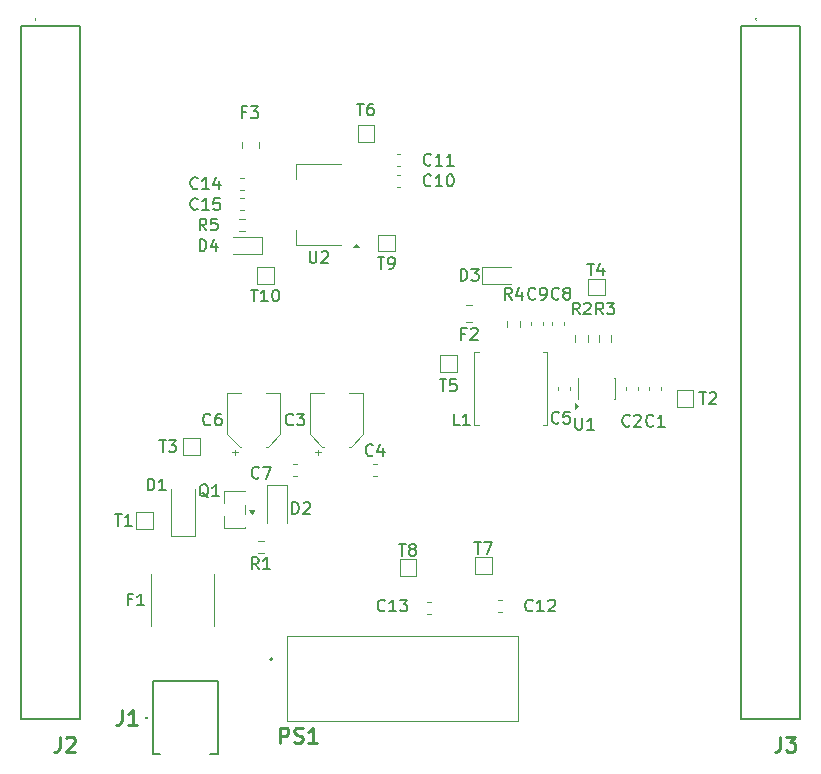
<source format=gto>
%TF.GenerationSoftware,KiCad,Pcbnew,9.0.7-9.0.7~ubuntu24.04.1*%
%TF.CreationDate,2026-01-13T16:25:48+01:00*%
%TF.ProjectId,power,706f7765-722e-46b6-9963-61645f706362,1.0*%
%TF.SameCoordinates,Original*%
%TF.FileFunction,Legend,Top*%
%TF.FilePolarity,Positive*%
%FSLAX46Y46*%
G04 Gerber Fmt 4.6, Leading zero omitted, Abs format (unit mm)*
G04 Created by KiCad (PCBNEW 9.0.7-9.0.7~ubuntu24.04.1) date 2026-01-13 16:25:48*
%MOMM*%
%LPD*%
G01*
G04 APERTURE LIST*
%ADD10C,0.150000*%
%ADD11C,0.254000*%
%ADD12C,0.120000*%
%ADD13C,0.200000*%
%ADD14C,0.100000*%
G04 APERTURE END LIST*
D10*
X164988095Y-84304819D02*
X164988095Y-85114342D01*
X164988095Y-85114342D02*
X165035714Y-85209580D01*
X165035714Y-85209580D02*
X165083333Y-85257200D01*
X165083333Y-85257200D02*
X165178571Y-85304819D01*
X165178571Y-85304819D02*
X165369047Y-85304819D01*
X165369047Y-85304819D02*
X165464285Y-85257200D01*
X165464285Y-85257200D02*
X165511904Y-85209580D01*
X165511904Y-85209580D02*
X165559523Y-85114342D01*
X165559523Y-85114342D02*
X165559523Y-84304819D01*
X166559523Y-85304819D02*
X165988095Y-85304819D01*
X166273809Y-85304819D02*
X166273809Y-84304819D01*
X166273809Y-84304819D02*
X166178571Y-84447676D01*
X166178571Y-84447676D02*
X166083333Y-84542914D01*
X166083333Y-84542914D02*
X165988095Y-84590533D01*
X147833333Y-87459580D02*
X147785714Y-87507200D01*
X147785714Y-87507200D02*
X147642857Y-87554819D01*
X147642857Y-87554819D02*
X147547619Y-87554819D01*
X147547619Y-87554819D02*
X147404762Y-87507200D01*
X147404762Y-87507200D02*
X147309524Y-87411961D01*
X147309524Y-87411961D02*
X147261905Y-87316723D01*
X147261905Y-87316723D02*
X147214286Y-87126247D01*
X147214286Y-87126247D02*
X147214286Y-86983390D01*
X147214286Y-86983390D02*
X147261905Y-86792914D01*
X147261905Y-86792914D02*
X147309524Y-86697676D01*
X147309524Y-86697676D02*
X147404762Y-86602438D01*
X147404762Y-86602438D02*
X147547619Y-86554819D01*
X147547619Y-86554819D02*
X147642857Y-86554819D01*
X147642857Y-86554819D02*
X147785714Y-86602438D01*
X147785714Y-86602438D02*
X147833333Y-86650057D01*
X148690476Y-86888152D02*
X148690476Y-87554819D01*
X148452381Y-86507200D02*
X148214286Y-87221485D01*
X148214286Y-87221485D02*
X148833333Y-87221485D01*
X137066666Y-58431009D02*
X136733333Y-58431009D01*
X136733333Y-58954819D02*
X136733333Y-57954819D01*
X136733333Y-57954819D02*
X137209523Y-57954819D01*
X137495238Y-57954819D02*
X138114285Y-57954819D01*
X138114285Y-57954819D02*
X137780952Y-58335771D01*
X137780952Y-58335771D02*
X137923809Y-58335771D01*
X137923809Y-58335771D02*
X138019047Y-58383390D01*
X138019047Y-58383390D02*
X138066666Y-58431009D01*
X138066666Y-58431009D02*
X138114285Y-58526247D01*
X138114285Y-58526247D02*
X138114285Y-58764342D01*
X138114285Y-58764342D02*
X138066666Y-58859580D01*
X138066666Y-58859580D02*
X138019047Y-58907200D01*
X138019047Y-58907200D02*
X137923809Y-58954819D01*
X137923809Y-58954819D02*
X137638095Y-58954819D01*
X137638095Y-58954819D02*
X137542857Y-58907200D01*
X137542857Y-58907200D02*
X137495238Y-58859580D01*
X161583333Y-74209580D02*
X161535714Y-74257200D01*
X161535714Y-74257200D02*
X161392857Y-74304819D01*
X161392857Y-74304819D02*
X161297619Y-74304819D01*
X161297619Y-74304819D02*
X161154762Y-74257200D01*
X161154762Y-74257200D02*
X161059524Y-74161961D01*
X161059524Y-74161961D02*
X161011905Y-74066723D01*
X161011905Y-74066723D02*
X160964286Y-73876247D01*
X160964286Y-73876247D02*
X160964286Y-73733390D01*
X160964286Y-73733390D02*
X161011905Y-73542914D01*
X161011905Y-73542914D02*
X161059524Y-73447676D01*
X161059524Y-73447676D02*
X161154762Y-73352438D01*
X161154762Y-73352438D02*
X161297619Y-73304819D01*
X161297619Y-73304819D02*
X161392857Y-73304819D01*
X161392857Y-73304819D02*
X161535714Y-73352438D01*
X161535714Y-73352438D02*
X161583333Y-73400057D01*
X162059524Y-74304819D02*
X162250000Y-74304819D01*
X162250000Y-74304819D02*
X162345238Y-74257200D01*
X162345238Y-74257200D02*
X162392857Y-74209580D01*
X162392857Y-74209580D02*
X162488095Y-74066723D01*
X162488095Y-74066723D02*
X162535714Y-73876247D01*
X162535714Y-73876247D02*
X162535714Y-73495295D01*
X162535714Y-73495295D02*
X162488095Y-73400057D01*
X162488095Y-73400057D02*
X162440476Y-73352438D01*
X162440476Y-73352438D02*
X162345238Y-73304819D01*
X162345238Y-73304819D02*
X162154762Y-73304819D01*
X162154762Y-73304819D02*
X162059524Y-73352438D01*
X162059524Y-73352438D02*
X162011905Y-73400057D01*
X162011905Y-73400057D02*
X161964286Y-73495295D01*
X161964286Y-73495295D02*
X161964286Y-73733390D01*
X161964286Y-73733390D02*
X162011905Y-73828628D01*
X162011905Y-73828628D02*
X162059524Y-73876247D01*
X162059524Y-73876247D02*
X162154762Y-73923866D01*
X162154762Y-73923866D02*
X162345238Y-73923866D01*
X162345238Y-73923866D02*
X162440476Y-73876247D01*
X162440476Y-73876247D02*
X162488095Y-73828628D01*
X162488095Y-73828628D02*
X162535714Y-73733390D01*
D11*
X182326667Y-111304318D02*
X182326667Y-112211461D01*
X182326667Y-112211461D02*
X182266190Y-112392889D01*
X182266190Y-112392889D02*
X182145238Y-112513842D01*
X182145238Y-112513842D02*
X181963809Y-112574318D01*
X181963809Y-112574318D02*
X181842857Y-112574318D01*
X182810476Y-111304318D02*
X183596667Y-111304318D01*
X183596667Y-111304318D02*
X183173333Y-111788127D01*
X183173333Y-111788127D02*
X183354762Y-111788127D01*
X183354762Y-111788127D02*
X183475714Y-111848603D01*
X183475714Y-111848603D02*
X183536190Y-111909080D01*
X183536190Y-111909080D02*
X183596667Y-112030032D01*
X183596667Y-112030032D02*
X183596667Y-112332413D01*
X183596667Y-112332413D02*
X183536190Y-112453365D01*
X183536190Y-112453365D02*
X183475714Y-112513842D01*
X183475714Y-112513842D02*
X183354762Y-112574318D01*
X183354762Y-112574318D02*
X182991905Y-112574318D01*
X182991905Y-112574318D02*
X182870952Y-112513842D01*
X182870952Y-112513842D02*
X182810476Y-112453365D01*
D10*
X152757142Y-62859580D02*
X152709523Y-62907200D01*
X152709523Y-62907200D02*
X152566666Y-62954819D01*
X152566666Y-62954819D02*
X152471428Y-62954819D01*
X152471428Y-62954819D02*
X152328571Y-62907200D01*
X152328571Y-62907200D02*
X152233333Y-62811961D01*
X152233333Y-62811961D02*
X152185714Y-62716723D01*
X152185714Y-62716723D02*
X152138095Y-62526247D01*
X152138095Y-62526247D02*
X152138095Y-62383390D01*
X152138095Y-62383390D02*
X152185714Y-62192914D01*
X152185714Y-62192914D02*
X152233333Y-62097676D01*
X152233333Y-62097676D02*
X152328571Y-62002438D01*
X152328571Y-62002438D02*
X152471428Y-61954819D01*
X152471428Y-61954819D02*
X152566666Y-61954819D01*
X152566666Y-61954819D02*
X152709523Y-62002438D01*
X152709523Y-62002438D02*
X152757142Y-62050057D01*
X153709523Y-62954819D02*
X153138095Y-62954819D01*
X153423809Y-62954819D02*
X153423809Y-61954819D01*
X153423809Y-61954819D02*
X153328571Y-62097676D01*
X153328571Y-62097676D02*
X153233333Y-62192914D01*
X153233333Y-62192914D02*
X153138095Y-62240533D01*
X154661904Y-62954819D02*
X154090476Y-62954819D01*
X154376190Y-62954819D02*
X154376190Y-61954819D01*
X154376190Y-61954819D02*
X154280952Y-62097676D01*
X154280952Y-62097676D02*
X154185714Y-62192914D01*
X154185714Y-62192914D02*
X154090476Y-62240533D01*
X163583333Y-84709580D02*
X163535714Y-84757200D01*
X163535714Y-84757200D02*
X163392857Y-84804819D01*
X163392857Y-84804819D02*
X163297619Y-84804819D01*
X163297619Y-84804819D02*
X163154762Y-84757200D01*
X163154762Y-84757200D02*
X163059524Y-84661961D01*
X163059524Y-84661961D02*
X163011905Y-84566723D01*
X163011905Y-84566723D02*
X162964286Y-84376247D01*
X162964286Y-84376247D02*
X162964286Y-84233390D01*
X162964286Y-84233390D02*
X163011905Y-84042914D01*
X163011905Y-84042914D02*
X163059524Y-83947676D01*
X163059524Y-83947676D02*
X163154762Y-83852438D01*
X163154762Y-83852438D02*
X163297619Y-83804819D01*
X163297619Y-83804819D02*
X163392857Y-83804819D01*
X163392857Y-83804819D02*
X163535714Y-83852438D01*
X163535714Y-83852438D02*
X163583333Y-83900057D01*
X164488095Y-83804819D02*
X164011905Y-83804819D01*
X164011905Y-83804819D02*
X163964286Y-84281009D01*
X163964286Y-84281009D02*
X164011905Y-84233390D01*
X164011905Y-84233390D02*
X164107143Y-84185771D01*
X164107143Y-84185771D02*
X164345238Y-84185771D01*
X164345238Y-84185771D02*
X164440476Y-84233390D01*
X164440476Y-84233390D02*
X164488095Y-84281009D01*
X164488095Y-84281009D02*
X164535714Y-84376247D01*
X164535714Y-84376247D02*
X164535714Y-84614342D01*
X164535714Y-84614342D02*
X164488095Y-84709580D01*
X164488095Y-84709580D02*
X164440476Y-84757200D01*
X164440476Y-84757200D02*
X164345238Y-84804819D01*
X164345238Y-84804819D02*
X164107143Y-84804819D01*
X164107143Y-84804819D02*
X164011905Y-84757200D01*
X164011905Y-84757200D02*
X163964286Y-84709580D01*
X138170833Y-97134819D02*
X137837500Y-96658628D01*
X137599405Y-97134819D02*
X137599405Y-96134819D01*
X137599405Y-96134819D02*
X137980357Y-96134819D01*
X137980357Y-96134819D02*
X138075595Y-96182438D01*
X138075595Y-96182438D02*
X138123214Y-96230057D01*
X138123214Y-96230057D02*
X138170833Y-96325295D01*
X138170833Y-96325295D02*
X138170833Y-96468152D01*
X138170833Y-96468152D02*
X138123214Y-96563390D01*
X138123214Y-96563390D02*
X138075595Y-96611009D01*
X138075595Y-96611009D02*
X137980357Y-96658628D01*
X137980357Y-96658628D02*
X137599405Y-96658628D01*
X139123214Y-97134819D02*
X138551786Y-97134819D01*
X138837500Y-97134819D02*
X138837500Y-96134819D01*
X138837500Y-96134819D02*
X138742262Y-96277676D01*
X138742262Y-96277676D02*
X138647024Y-96372914D01*
X138647024Y-96372914D02*
X138551786Y-96420533D01*
X133904761Y-91050057D02*
X133809523Y-91002438D01*
X133809523Y-91002438D02*
X133714285Y-90907200D01*
X133714285Y-90907200D02*
X133571428Y-90764342D01*
X133571428Y-90764342D02*
X133476190Y-90716723D01*
X133476190Y-90716723D02*
X133380952Y-90716723D01*
X133428571Y-90954819D02*
X133333333Y-90907200D01*
X133333333Y-90907200D02*
X133238095Y-90811961D01*
X133238095Y-90811961D02*
X133190476Y-90621485D01*
X133190476Y-90621485D02*
X133190476Y-90288152D01*
X133190476Y-90288152D02*
X133238095Y-90097676D01*
X133238095Y-90097676D02*
X133333333Y-90002438D01*
X133333333Y-90002438D02*
X133428571Y-89954819D01*
X133428571Y-89954819D02*
X133619047Y-89954819D01*
X133619047Y-89954819D02*
X133714285Y-90002438D01*
X133714285Y-90002438D02*
X133809523Y-90097676D01*
X133809523Y-90097676D02*
X133857142Y-90288152D01*
X133857142Y-90288152D02*
X133857142Y-90621485D01*
X133857142Y-90621485D02*
X133809523Y-90811961D01*
X133809523Y-90811961D02*
X133714285Y-90907200D01*
X133714285Y-90907200D02*
X133619047Y-90954819D01*
X133619047Y-90954819D02*
X133428571Y-90954819D01*
X134809523Y-90954819D02*
X134238095Y-90954819D01*
X134523809Y-90954819D02*
X134523809Y-89954819D01*
X134523809Y-89954819D02*
X134428571Y-90097676D01*
X134428571Y-90097676D02*
X134333333Y-90192914D01*
X134333333Y-90192914D02*
X134238095Y-90240533D01*
X127416666Y-99681009D02*
X127083333Y-99681009D01*
X127083333Y-100204819D02*
X127083333Y-99204819D01*
X127083333Y-99204819D02*
X127559523Y-99204819D01*
X128464285Y-100204819D02*
X127892857Y-100204819D01*
X128178571Y-100204819D02*
X128178571Y-99204819D01*
X128178571Y-99204819D02*
X128083333Y-99347676D01*
X128083333Y-99347676D02*
X127988095Y-99442914D01*
X127988095Y-99442914D02*
X127892857Y-99490533D01*
X155183333Y-84954819D02*
X154707143Y-84954819D01*
X154707143Y-84954819D02*
X154707143Y-83954819D01*
X156040476Y-84954819D02*
X155469048Y-84954819D01*
X155754762Y-84954819D02*
X155754762Y-83954819D01*
X155754762Y-83954819D02*
X155659524Y-84097676D01*
X155659524Y-84097676D02*
X155564286Y-84192914D01*
X155564286Y-84192914D02*
X155469048Y-84240533D01*
X155666666Y-77181009D02*
X155333333Y-77181009D01*
X155333333Y-77704819D02*
X155333333Y-76704819D01*
X155333333Y-76704819D02*
X155809523Y-76704819D01*
X156142857Y-76800057D02*
X156190476Y-76752438D01*
X156190476Y-76752438D02*
X156285714Y-76704819D01*
X156285714Y-76704819D02*
X156523809Y-76704819D01*
X156523809Y-76704819D02*
X156619047Y-76752438D01*
X156619047Y-76752438D02*
X156666666Y-76800057D01*
X156666666Y-76800057D02*
X156714285Y-76895295D01*
X156714285Y-76895295D02*
X156714285Y-76990533D01*
X156714285Y-76990533D02*
X156666666Y-77133390D01*
X156666666Y-77133390D02*
X156095238Y-77704819D01*
X156095238Y-77704819D02*
X156714285Y-77704819D01*
X133007142Y-64859580D02*
X132959523Y-64907200D01*
X132959523Y-64907200D02*
X132816666Y-64954819D01*
X132816666Y-64954819D02*
X132721428Y-64954819D01*
X132721428Y-64954819D02*
X132578571Y-64907200D01*
X132578571Y-64907200D02*
X132483333Y-64811961D01*
X132483333Y-64811961D02*
X132435714Y-64716723D01*
X132435714Y-64716723D02*
X132388095Y-64526247D01*
X132388095Y-64526247D02*
X132388095Y-64383390D01*
X132388095Y-64383390D02*
X132435714Y-64192914D01*
X132435714Y-64192914D02*
X132483333Y-64097676D01*
X132483333Y-64097676D02*
X132578571Y-64002438D01*
X132578571Y-64002438D02*
X132721428Y-63954819D01*
X132721428Y-63954819D02*
X132816666Y-63954819D01*
X132816666Y-63954819D02*
X132959523Y-64002438D01*
X132959523Y-64002438D02*
X133007142Y-64050057D01*
X133959523Y-64954819D02*
X133388095Y-64954819D01*
X133673809Y-64954819D02*
X133673809Y-63954819D01*
X133673809Y-63954819D02*
X133578571Y-64097676D01*
X133578571Y-64097676D02*
X133483333Y-64192914D01*
X133483333Y-64192914D02*
X133388095Y-64240533D01*
X134816666Y-64288152D02*
X134816666Y-64954819D01*
X134578571Y-63907200D02*
X134340476Y-64621485D01*
X134340476Y-64621485D02*
X134959523Y-64621485D01*
X150038095Y-95006819D02*
X150609523Y-95006819D01*
X150323809Y-96006819D02*
X150323809Y-95006819D01*
X151085714Y-95435390D02*
X150990476Y-95387771D01*
X150990476Y-95387771D02*
X150942857Y-95340152D01*
X150942857Y-95340152D02*
X150895238Y-95244914D01*
X150895238Y-95244914D02*
X150895238Y-95197295D01*
X150895238Y-95197295D02*
X150942857Y-95102057D01*
X150942857Y-95102057D02*
X150990476Y-95054438D01*
X150990476Y-95054438D02*
X151085714Y-95006819D01*
X151085714Y-95006819D02*
X151276190Y-95006819D01*
X151276190Y-95006819D02*
X151371428Y-95054438D01*
X151371428Y-95054438D02*
X151419047Y-95102057D01*
X151419047Y-95102057D02*
X151466666Y-95197295D01*
X151466666Y-95197295D02*
X151466666Y-95244914D01*
X151466666Y-95244914D02*
X151419047Y-95340152D01*
X151419047Y-95340152D02*
X151371428Y-95387771D01*
X151371428Y-95387771D02*
X151276190Y-95435390D01*
X151276190Y-95435390D02*
X151085714Y-95435390D01*
X151085714Y-95435390D02*
X150990476Y-95483009D01*
X150990476Y-95483009D02*
X150942857Y-95530628D01*
X150942857Y-95530628D02*
X150895238Y-95625866D01*
X150895238Y-95625866D02*
X150895238Y-95816342D01*
X150895238Y-95816342D02*
X150942857Y-95911580D01*
X150942857Y-95911580D02*
X150990476Y-95959200D01*
X150990476Y-95959200D02*
X151085714Y-96006819D01*
X151085714Y-96006819D02*
X151276190Y-96006819D01*
X151276190Y-96006819D02*
X151371428Y-95959200D01*
X151371428Y-95959200D02*
X151419047Y-95911580D01*
X151419047Y-95911580D02*
X151466666Y-95816342D01*
X151466666Y-95816342D02*
X151466666Y-95625866D01*
X151466666Y-95625866D02*
X151419047Y-95530628D01*
X151419047Y-95530628D02*
X151371428Y-95483009D01*
X151371428Y-95483009D02*
X151276190Y-95435390D01*
X138195833Y-89359580D02*
X138148214Y-89407200D01*
X138148214Y-89407200D02*
X138005357Y-89454819D01*
X138005357Y-89454819D02*
X137910119Y-89454819D01*
X137910119Y-89454819D02*
X137767262Y-89407200D01*
X137767262Y-89407200D02*
X137672024Y-89311961D01*
X137672024Y-89311961D02*
X137624405Y-89216723D01*
X137624405Y-89216723D02*
X137576786Y-89026247D01*
X137576786Y-89026247D02*
X137576786Y-88883390D01*
X137576786Y-88883390D02*
X137624405Y-88692914D01*
X137624405Y-88692914D02*
X137672024Y-88597676D01*
X137672024Y-88597676D02*
X137767262Y-88502438D01*
X137767262Y-88502438D02*
X137910119Y-88454819D01*
X137910119Y-88454819D02*
X138005357Y-88454819D01*
X138005357Y-88454819D02*
X138148214Y-88502438D01*
X138148214Y-88502438D02*
X138195833Y-88550057D01*
X138529167Y-88454819D02*
X139195833Y-88454819D01*
X139195833Y-88454819D02*
X138767262Y-89454819D01*
X128761905Y-90454819D02*
X128761905Y-89454819D01*
X128761905Y-89454819D02*
X129000000Y-89454819D01*
X129000000Y-89454819D02*
X129142857Y-89502438D01*
X129142857Y-89502438D02*
X129238095Y-89597676D01*
X129238095Y-89597676D02*
X129285714Y-89692914D01*
X129285714Y-89692914D02*
X129333333Y-89883390D01*
X129333333Y-89883390D02*
X129333333Y-90026247D01*
X129333333Y-90026247D02*
X129285714Y-90216723D01*
X129285714Y-90216723D02*
X129238095Y-90311961D01*
X129238095Y-90311961D02*
X129142857Y-90407200D01*
X129142857Y-90407200D02*
X129000000Y-90454819D01*
X129000000Y-90454819D02*
X128761905Y-90454819D01*
X130285714Y-90454819D02*
X129714286Y-90454819D01*
X130000000Y-90454819D02*
X130000000Y-89454819D01*
X130000000Y-89454819D02*
X129904762Y-89597676D01*
X129904762Y-89597676D02*
X129809524Y-89692914D01*
X129809524Y-89692914D02*
X129714286Y-89740533D01*
D11*
X139957856Y-111824318D02*
X139957856Y-110554318D01*
X139957856Y-110554318D02*
X140441666Y-110554318D01*
X140441666Y-110554318D02*
X140562618Y-110614794D01*
X140562618Y-110614794D02*
X140623095Y-110675270D01*
X140623095Y-110675270D02*
X140683571Y-110796222D01*
X140683571Y-110796222D02*
X140683571Y-110977651D01*
X140683571Y-110977651D02*
X140623095Y-111098603D01*
X140623095Y-111098603D02*
X140562618Y-111159080D01*
X140562618Y-111159080D02*
X140441666Y-111219556D01*
X140441666Y-111219556D02*
X139957856Y-111219556D01*
X141167380Y-111763842D02*
X141348809Y-111824318D01*
X141348809Y-111824318D02*
X141651190Y-111824318D01*
X141651190Y-111824318D02*
X141772142Y-111763842D01*
X141772142Y-111763842D02*
X141832618Y-111703365D01*
X141832618Y-111703365D02*
X141893095Y-111582413D01*
X141893095Y-111582413D02*
X141893095Y-111461461D01*
X141893095Y-111461461D02*
X141832618Y-111340508D01*
X141832618Y-111340508D02*
X141772142Y-111280032D01*
X141772142Y-111280032D02*
X141651190Y-111219556D01*
X141651190Y-111219556D02*
X141409285Y-111159080D01*
X141409285Y-111159080D02*
X141288333Y-111098603D01*
X141288333Y-111098603D02*
X141227856Y-111038127D01*
X141227856Y-111038127D02*
X141167380Y-110917175D01*
X141167380Y-110917175D02*
X141167380Y-110796222D01*
X141167380Y-110796222D02*
X141227856Y-110675270D01*
X141227856Y-110675270D02*
X141288333Y-110614794D01*
X141288333Y-110614794D02*
X141409285Y-110554318D01*
X141409285Y-110554318D02*
X141711666Y-110554318D01*
X141711666Y-110554318D02*
X141893095Y-110614794D01*
X143102619Y-111824318D02*
X142376904Y-111824318D01*
X142739761Y-111824318D02*
X142739761Y-110554318D01*
X142739761Y-110554318D02*
X142618809Y-110735746D01*
X142618809Y-110735746D02*
X142497857Y-110856699D01*
X142497857Y-110856699D02*
X142376904Y-110917175D01*
D10*
X165333333Y-75554819D02*
X165000000Y-75078628D01*
X164761905Y-75554819D02*
X164761905Y-74554819D01*
X164761905Y-74554819D02*
X165142857Y-74554819D01*
X165142857Y-74554819D02*
X165238095Y-74602438D01*
X165238095Y-74602438D02*
X165285714Y-74650057D01*
X165285714Y-74650057D02*
X165333333Y-74745295D01*
X165333333Y-74745295D02*
X165333333Y-74888152D01*
X165333333Y-74888152D02*
X165285714Y-74983390D01*
X165285714Y-74983390D02*
X165238095Y-75031009D01*
X165238095Y-75031009D02*
X165142857Y-75078628D01*
X165142857Y-75078628D02*
X164761905Y-75078628D01*
X165714286Y-74650057D02*
X165761905Y-74602438D01*
X165761905Y-74602438D02*
X165857143Y-74554819D01*
X165857143Y-74554819D02*
X166095238Y-74554819D01*
X166095238Y-74554819D02*
X166190476Y-74602438D01*
X166190476Y-74602438D02*
X166238095Y-74650057D01*
X166238095Y-74650057D02*
X166285714Y-74745295D01*
X166285714Y-74745295D02*
X166285714Y-74840533D01*
X166285714Y-74840533D02*
X166238095Y-74983390D01*
X166238095Y-74983390D02*
X165666667Y-75554819D01*
X165666667Y-75554819D02*
X166285714Y-75554819D01*
X141011905Y-92454819D02*
X141011905Y-91454819D01*
X141011905Y-91454819D02*
X141250000Y-91454819D01*
X141250000Y-91454819D02*
X141392857Y-91502438D01*
X141392857Y-91502438D02*
X141488095Y-91597676D01*
X141488095Y-91597676D02*
X141535714Y-91692914D01*
X141535714Y-91692914D02*
X141583333Y-91883390D01*
X141583333Y-91883390D02*
X141583333Y-92026247D01*
X141583333Y-92026247D02*
X141535714Y-92216723D01*
X141535714Y-92216723D02*
X141488095Y-92311961D01*
X141488095Y-92311961D02*
X141392857Y-92407200D01*
X141392857Y-92407200D02*
X141250000Y-92454819D01*
X141250000Y-92454819D02*
X141011905Y-92454819D01*
X141964286Y-91550057D02*
X142011905Y-91502438D01*
X142011905Y-91502438D02*
X142107143Y-91454819D01*
X142107143Y-91454819D02*
X142345238Y-91454819D01*
X142345238Y-91454819D02*
X142440476Y-91502438D01*
X142440476Y-91502438D02*
X142488095Y-91550057D01*
X142488095Y-91550057D02*
X142535714Y-91645295D01*
X142535714Y-91645295D02*
X142535714Y-91740533D01*
X142535714Y-91740533D02*
X142488095Y-91883390D01*
X142488095Y-91883390D02*
X141916667Y-92454819D01*
X141916667Y-92454819D02*
X142535714Y-92454819D01*
X133007142Y-66609580D02*
X132959523Y-66657200D01*
X132959523Y-66657200D02*
X132816666Y-66704819D01*
X132816666Y-66704819D02*
X132721428Y-66704819D01*
X132721428Y-66704819D02*
X132578571Y-66657200D01*
X132578571Y-66657200D02*
X132483333Y-66561961D01*
X132483333Y-66561961D02*
X132435714Y-66466723D01*
X132435714Y-66466723D02*
X132388095Y-66276247D01*
X132388095Y-66276247D02*
X132388095Y-66133390D01*
X132388095Y-66133390D02*
X132435714Y-65942914D01*
X132435714Y-65942914D02*
X132483333Y-65847676D01*
X132483333Y-65847676D02*
X132578571Y-65752438D01*
X132578571Y-65752438D02*
X132721428Y-65704819D01*
X132721428Y-65704819D02*
X132816666Y-65704819D01*
X132816666Y-65704819D02*
X132959523Y-65752438D01*
X132959523Y-65752438D02*
X133007142Y-65800057D01*
X133959523Y-66704819D02*
X133388095Y-66704819D01*
X133673809Y-66704819D02*
X133673809Y-65704819D01*
X133673809Y-65704819D02*
X133578571Y-65847676D01*
X133578571Y-65847676D02*
X133483333Y-65942914D01*
X133483333Y-65942914D02*
X133388095Y-65990533D01*
X134864285Y-65704819D02*
X134388095Y-65704819D01*
X134388095Y-65704819D02*
X134340476Y-66181009D01*
X134340476Y-66181009D02*
X134388095Y-66133390D01*
X134388095Y-66133390D02*
X134483333Y-66085771D01*
X134483333Y-66085771D02*
X134721428Y-66085771D01*
X134721428Y-66085771D02*
X134816666Y-66133390D01*
X134816666Y-66133390D02*
X134864285Y-66181009D01*
X134864285Y-66181009D02*
X134911904Y-66276247D01*
X134911904Y-66276247D02*
X134911904Y-66514342D01*
X134911904Y-66514342D02*
X134864285Y-66609580D01*
X134864285Y-66609580D02*
X134816666Y-66657200D01*
X134816666Y-66657200D02*
X134721428Y-66704819D01*
X134721428Y-66704819D02*
X134483333Y-66704819D01*
X134483333Y-66704819D02*
X134388095Y-66657200D01*
X134388095Y-66657200D02*
X134340476Y-66609580D01*
X156438095Y-94806819D02*
X157009523Y-94806819D01*
X156723809Y-95806819D02*
X156723809Y-94806819D01*
X157247619Y-94806819D02*
X157914285Y-94806819D01*
X157914285Y-94806819D02*
X157485714Y-95806819D01*
D11*
X126576667Y-109014318D02*
X126576667Y-109921461D01*
X126576667Y-109921461D02*
X126516190Y-110102889D01*
X126516190Y-110102889D02*
X126395238Y-110223842D01*
X126395238Y-110223842D02*
X126213809Y-110284318D01*
X126213809Y-110284318D02*
X126092857Y-110284318D01*
X127846667Y-110284318D02*
X127120952Y-110284318D01*
X127483809Y-110284318D02*
X127483809Y-109014318D01*
X127483809Y-109014318D02*
X127362857Y-109195746D01*
X127362857Y-109195746D02*
X127241905Y-109316699D01*
X127241905Y-109316699D02*
X127120952Y-109377175D01*
D10*
X153488095Y-81054819D02*
X154059523Y-81054819D01*
X153773809Y-82054819D02*
X153773809Y-81054819D01*
X154869047Y-81054819D02*
X154392857Y-81054819D01*
X154392857Y-81054819D02*
X154345238Y-81531009D01*
X154345238Y-81531009D02*
X154392857Y-81483390D01*
X154392857Y-81483390D02*
X154488095Y-81435771D01*
X154488095Y-81435771D02*
X154726190Y-81435771D01*
X154726190Y-81435771D02*
X154821428Y-81483390D01*
X154821428Y-81483390D02*
X154869047Y-81531009D01*
X154869047Y-81531009D02*
X154916666Y-81626247D01*
X154916666Y-81626247D02*
X154916666Y-81864342D01*
X154916666Y-81864342D02*
X154869047Y-81959580D01*
X154869047Y-81959580D02*
X154821428Y-82007200D01*
X154821428Y-82007200D02*
X154726190Y-82054819D01*
X154726190Y-82054819D02*
X154488095Y-82054819D01*
X154488095Y-82054819D02*
X154392857Y-82007200D01*
X154392857Y-82007200D02*
X154345238Y-81959580D01*
X133733333Y-68454819D02*
X133400000Y-67978628D01*
X133161905Y-68454819D02*
X133161905Y-67454819D01*
X133161905Y-67454819D02*
X133542857Y-67454819D01*
X133542857Y-67454819D02*
X133638095Y-67502438D01*
X133638095Y-67502438D02*
X133685714Y-67550057D01*
X133685714Y-67550057D02*
X133733333Y-67645295D01*
X133733333Y-67645295D02*
X133733333Y-67788152D01*
X133733333Y-67788152D02*
X133685714Y-67883390D01*
X133685714Y-67883390D02*
X133638095Y-67931009D01*
X133638095Y-67931009D02*
X133542857Y-67978628D01*
X133542857Y-67978628D02*
X133161905Y-67978628D01*
X134638095Y-67454819D02*
X134161905Y-67454819D01*
X134161905Y-67454819D02*
X134114286Y-67931009D01*
X134114286Y-67931009D02*
X134161905Y-67883390D01*
X134161905Y-67883390D02*
X134257143Y-67835771D01*
X134257143Y-67835771D02*
X134495238Y-67835771D01*
X134495238Y-67835771D02*
X134590476Y-67883390D01*
X134590476Y-67883390D02*
X134638095Y-67931009D01*
X134638095Y-67931009D02*
X134685714Y-68026247D01*
X134685714Y-68026247D02*
X134685714Y-68264342D01*
X134685714Y-68264342D02*
X134638095Y-68359580D01*
X134638095Y-68359580D02*
X134590476Y-68407200D01*
X134590476Y-68407200D02*
X134495238Y-68454819D01*
X134495238Y-68454819D02*
X134257143Y-68454819D01*
X134257143Y-68454819D02*
X134161905Y-68407200D01*
X134161905Y-68407200D02*
X134114286Y-68359580D01*
X141083333Y-84859580D02*
X141035714Y-84907200D01*
X141035714Y-84907200D02*
X140892857Y-84954819D01*
X140892857Y-84954819D02*
X140797619Y-84954819D01*
X140797619Y-84954819D02*
X140654762Y-84907200D01*
X140654762Y-84907200D02*
X140559524Y-84811961D01*
X140559524Y-84811961D02*
X140511905Y-84716723D01*
X140511905Y-84716723D02*
X140464286Y-84526247D01*
X140464286Y-84526247D02*
X140464286Y-84383390D01*
X140464286Y-84383390D02*
X140511905Y-84192914D01*
X140511905Y-84192914D02*
X140559524Y-84097676D01*
X140559524Y-84097676D02*
X140654762Y-84002438D01*
X140654762Y-84002438D02*
X140797619Y-83954819D01*
X140797619Y-83954819D02*
X140892857Y-83954819D01*
X140892857Y-83954819D02*
X141035714Y-84002438D01*
X141035714Y-84002438D02*
X141083333Y-84050057D01*
X141416667Y-83954819D02*
X142035714Y-83954819D01*
X142035714Y-83954819D02*
X141702381Y-84335771D01*
X141702381Y-84335771D02*
X141845238Y-84335771D01*
X141845238Y-84335771D02*
X141940476Y-84383390D01*
X141940476Y-84383390D02*
X141988095Y-84431009D01*
X141988095Y-84431009D02*
X142035714Y-84526247D01*
X142035714Y-84526247D02*
X142035714Y-84764342D01*
X142035714Y-84764342D02*
X141988095Y-84859580D01*
X141988095Y-84859580D02*
X141940476Y-84907200D01*
X141940476Y-84907200D02*
X141845238Y-84954819D01*
X141845238Y-84954819D02*
X141559524Y-84954819D01*
X141559524Y-84954819D02*
X141464286Y-84907200D01*
X141464286Y-84907200D02*
X141416667Y-84859580D01*
X148238095Y-70704819D02*
X148809523Y-70704819D01*
X148523809Y-71704819D02*
X148523809Y-70704819D01*
X149190476Y-71704819D02*
X149380952Y-71704819D01*
X149380952Y-71704819D02*
X149476190Y-71657200D01*
X149476190Y-71657200D02*
X149523809Y-71609580D01*
X149523809Y-71609580D02*
X149619047Y-71466723D01*
X149619047Y-71466723D02*
X149666666Y-71276247D01*
X149666666Y-71276247D02*
X149666666Y-70895295D01*
X149666666Y-70895295D02*
X149619047Y-70800057D01*
X149619047Y-70800057D02*
X149571428Y-70752438D01*
X149571428Y-70752438D02*
X149476190Y-70704819D01*
X149476190Y-70704819D02*
X149285714Y-70704819D01*
X149285714Y-70704819D02*
X149190476Y-70752438D01*
X149190476Y-70752438D02*
X149142857Y-70800057D01*
X149142857Y-70800057D02*
X149095238Y-70895295D01*
X149095238Y-70895295D02*
X149095238Y-71133390D01*
X149095238Y-71133390D02*
X149142857Y-71228628D01*
X149142857Y-71228628D02*
X149190476Y-71276247D01*
X149190476Y-71276247D02*
X149285714Y-71323866D01*
X149285714Y-71323866D02*
X149476190Y-71323866D01*
X149476190Y-71323866D02*
X149571428Y-71276247D01*
X149571428Y-71276247D02*
X149619047Y-71228628D01*
X149619047Y-71228628D02*
X149666666Y-71133390D01*
X169583333Y-84959580D02*
X169535714Y-85007200D01*
X169535714Y-85007200D02*
X169392857Y-85054819D01*
X169392857Y-85054819D02*
X169297619Y-85054819D01*
X169297619Y-85054819D02*
X169154762Y-85007200D01*
X169154762Y-85007200D02*
X169059524Y-84911961D01*
X169059524Y-84911961D02*
X169011905Y-84816723D01*
X169011905Y-84816723D02*
X168964286Y-84626247D01*
X168964286Y-84626247D02*
X168964286Y-84483390D01*
X168964286Y-84483390D02*
X169011905Y-84292914D01*
X169011905Y-84292914D02*
X169059524Y-84197676D01*
X169059524Y-84197676D02*
X169154762Y-84102438D01*
X169154762Y-84102438D02*
X169297619Y-84054819D01*
X169297619Y-84054819D02*
X169392857Y-84054819D01*
X169392857Y-84054819D02*
X169535714Y-84102438D01*
X169535714Y-84102438D02*
X169583333Y-84150057D01*
X169964286Y-84150057D02*
X170011905Y-84102438D01*
X170011905Y-84102438D02*
X170107143Y-84054819D01*
X170107143Y-84054819D02*
X170345238Y-84054819D01*
X170345238Y-84054819D02*
X170440476Y-84102438D01*
X170440476Y-84102438D02*
X170488095Y-84150057D01*
X170488095Y-84150057D02*
X170535714Y-84245295D01*
X170535714Y-84245295D02*
X170535714Y-84340533D01*
X170535714Y-84340533D02*
X170488095Y-84483390D01*
X170488095Y-84483390D02*
X169916667Y-85054819D01*
X169916667Y-85054819D02*
X170535714Y-85054819D01*
X137511905Y-73454819D02*
X138083333Y-73454819D01*
X137797619Y-74454819D02*
X137797619Y-73454819D01*
X138940476Y-74454819D02*
X138369048Y-74454819D01*
X138654762Y-74454819D02*
X138654762Y-73454819D01*
X138654762Y-73454819D02*
X138559524Y-73597676D01*
X138559524Y-73597676D02*
X138464286Y-73692914D01*
X138464286Y-73692914D02*
X138369048Y-73740533D01*
X139559524Y-73454819D02*
X139654762Y-73454819D01*
X139654762Y-73454819D02*
X139750000Y-73502438D01*
X139750000Y-73502438D02*
X139797619Y-73550057D01*
X139797619Y-73550057D02*
X139845238Y-73645295D01*
X139845238Y-73645295D02*
X139892857Y-73835771D01*
X139892857Y-73835771D02*
X139892857Y-74073866D01*
X139892857Y-74073866D02*
X139845238Y-74264342D01*
X139845238Y-74264342D02*
X139797619Y-74359580D01*
X139797619Y-74359580D02*
X139750000Y-74407200D01*
X139750000Y-74407200D02*
X139654762Y-74454819D01*
X139654762Y-74454819D02*
X139559524Y-74454819D01*
X139559524Y-74454819D02*
X139464286Y-74407200D01*
X139464286Y-74407200D02*
X139416667Y-74359580D01*
X139416667Y-74359580D02*
X139369048Y-74264342D01*
X139369048Y-74264342D02*
X139321429Y-74073866D01*
X139321429Y-74073866D02*
X139321429Y-73835771D01*
X139321429Y-73835771D02*
X139369048Y-73645295D01*
X139369048Y-73645295D02*
X139416667Y-73550057D01*
X139416667Y-73550057D02*
X139464286Y-73502438D01*
X139464286Y-73502438D02*
X139559524Y-73454819D01*
X134083333Y-84859580D02*
X134035714Y-84907200D01*
X134035714Y-84907200D02*
X133892857Y-84954819D01*
X133892857Y-84954819D02*
X133797619Y-84954819D01*
X133797619Y-84954819D02*
X133654762Y-84907200D01*
X133654762Y-84907200D02*
X133559524Y-84811961D01*
X133559524Y-84811961D02*
X133511905Y-84716723D01*
X133511905Y-84716723D02*
X133464286Y-84526247D01*
X133464286Y-84526247D02*
X133464286Y-84383390D01*
X133464286Y-84383390D02*
X133511905Y-84192914D01*
X133511905Y-84192914D02*
X133559524Y-84097676D01*
X133559524Y-84097676D02*
X133654762Y-84002438D01*
X133654762Y-84002438D02*
X133797619Y-83954819D01*
X133797619Y-83954819D02*
X133892857Y-83954819D01*
X133892857Y-83954819D02*
X134035714Y-84002438D01*
X134035714Y-84002438D02*
X134083333Y-84050057D01*
X134940476Y-83954819D02*
X134750000Y-83954819D01*
X134750000Y-83954819D02*
X134654762Y-84002438D01*
X134654762Y-84002438D02*
X134607143Y-84050057D01*
X134607143Y-84050057D02*
X134511905Y-84192914D01*
X134511905Y-84192914D02*
X134464286Y-84383390D01*
X134464286Y-84383390D02*
X134464286Y-84764342D01*
X134464286Y-84764342D02*
X134511905Y-84859580D01*
X134511905Y-84859580D02*
X134559524Y-84907200D01*
X134559524Y-84907200D02*
X134654762Y-84954819D01*
X134654762Y-84954819D02*
X134845238Y-84954819D01*
X134845238Y-84954819D02*
X134940476Y-84907200D01*
X134940476Y-84907200D02*
X134988095Y-84859580D01*
X134988095Y-84859580D02*
X135035714Y-84764342D01*
X135035714Y-84764342D02*
X135035714Y-84526247D01*
X135035714Y-84526247D02*
X134988095Y-84431009D01*
X134988095Y-84431009D02*
X134940476Y-84383390D01*
X134940476Y-84383390D02*
X134845238Y-84335771D01*
X134845238Y-84335771D02*
X134654762Y-84335771D01*
X134654762Y-84335771D02*
X134559524Y-84383390D01*
X134559524Y-84383390D02*
X134511905Y-84431009D01*
X134511905Y-84431009D02*
X134464286Y-84526247D01*
X171583333Y-84959580D02*
X171535714Y-85007200D01*
X171535714Y-85007200D02*
X171392857Y-85054819D01*
X171392857Y-85054819D02*
X171297619Y-85054819D01*
X171297619Y-85054819D02*
X171154762Y-85007200D01*
X171154762Y-85007200D02*
X171059524Y-84911961D01*
X171059524Y-84911961D02*
X171011905Y-84816723D01*
X171011905Y-84816723D02*
X170964286Y-84626247D01*
X170964286Y-84626247D02*
X170964286Y-84483390D01*
X170964286Y-84483390D02*
X171011905Y-84292914D01*
X171011905Y-84292914D02*
X171059524Y-84197676D01*
X171059524Y-84197676D02*
X171154762Y-84102438D01*
X171154762Y-84102438D02*
X171297619Y-84054819D01*
X171297619Y-84054819D02*
X171392857Y-84054819D01*
X171392857Y-84054819D02*
X171535714Y-84102438D01*
X171535714Y-84102438D02*
X171583333Y-84150057D01*
X172535714Y-85054819D02*
X171964286Y-85054819D01*
X172250000Y-85054819D02*
X172250000Y-84054819D01*
X172250000Y-84054819D02*
X172154762Y-84197676D01*
X172154762Y-84197676D02*
X172059524Y-84292914D01*
X172059524Y-84292914D02*
X171964286Y-84340533D01*
X125988095Y-92454819D02*
X126559523Y-92454819D01*
X126273809Y-93454819D02*
X126273809Y-92454819D01*
X127416666Y-93454819D02*
X126845238Y-93454819D01*
X127130952Y-93454819D02*
X127130952Y-92454819D01*
X127130952Y-92454819D02*
X127035714Y-92597676D01*
X127035714Y-92597676D02*
X126940476Y-92692914D01*
X126940476Y-92692914D02*
X126845238Y-92740533D01*
X163583333Y-74209580D02*
X163535714Y-74257200D01*
X163535714Y-74257200D02*
X163392857Y-74304819D01*
X163392857Y-74304819D02*
X163297619Y-74304819D01*
X163297619Y-74304819D02*
X163154762Y-74257200D01*
X163154762Y-74257200D02*
X163059524Y-74161961D01*
X163059524Y-74161961D02*
X163011905Y-74066723D01*
X163011905Y-74066723D02*
X162964286Y-73876247D01*
X162964286Y-73876247D02*
X162964286Y-73733390D01*
X162964286Y-73733390D02*
X163011905Y-73542914D01*
X163011905Y-73542914D02*
X163059524Y-73447676D01*
X163059524Y-73447676D02*
X163154762Y-73352438D01*
X163154762Y-73352438D02*
X163297619Y-73304819D01*
X163297619Y-73304819D02*
X163392857Y-73304819D01*
X163392857Y-73304819D02*
X163535714Y-73352438D01*
X163535714Y-73352438D02*
X163583333Y-73400057D01*
X164154762Y-73733390D02*
X164059524Y-73685771D01*
X164059524Y-73685771D02*
X164011905Y-73638152D01*
X164011905Y-73638152D02*
X163964286Y-73542914D01*
X163964286Y-73542914D02*
X163964286Y-73495295D01*
X163964286Y-73495295D02*
X164011905Y-73400057D01*
X164011905Y-73400057D02*
X164059524Y-73352438D01*
X164059524Y-73352438D02*
X164154762Y-73304819D01*
X164154762Y-73304819D02*
X164345238Y-73304819D01*
X164345238Y-73304819D02*
X164440476Y-73352438D01*
X164440476Y-73352438D02*
X164488095Y-73400057D01*
X164488095Y-73400057D02*
X164535714Y-73495295D01*
X164535714Y-73495295D02*
X164535714Y-73542914D01*
X164535714Y-73542914D02*
X164488095Y-73638152D01*
X164488095Y-73638152D02*
X164440476Y-73685771D01*
X164440476Y-73685771D02*
X164345238Y-73733390D01*
X164345238Y-73733390D02*
X164154762Y-73733390D01*
X164154762Y-73733390D02*
X164059524Y-73781009D01*
X164059524Y-73781009D02*
X164011905Y-73828628D01*
X164011905Y-73828628D02*
X163964286Y-73923866D01*
X163964286Y-73923866D02*
X163964286Y-74114342D01*
X163964286Y-74114342D02*
X164011905Y-74209580D01*
X164011905Y-74209580D02*
X164059524Y-74257200D01*
X164059524Y-74257200D02*
X164154762Y-74304819D01*
X164154762Y-74304819D02*
X164345238Y-74304819D01*
X164345238Y-74304819D02*
X164440476Y-74257200D01*
X164440476Y-74257200D02*
X164488095Y-74209580D01*
X164488095Y-74209580D02*
X164535714Y-74114342D01*
X164535714Y-74114342D02*
X164535714Y-73923866D01*
X164535714Y-73923866D02*
X164488095Y-73828628D01*
X164488095Y-73828628D02*
X164440476Y-73781009D01*
X164440476Y-73781009D02*
X164345238Y-73733390D01*
X165988095Y-71256819D02*
X166559523Y-71256819D01*
X166273809Y-72256819D02*
X166273809Y-71256819D01*
X167321428Y-71590152D02*
X167321428Y-72256819D01*
X167083333Y-71209200D02*
X166845238Y-71923485D01*
X166845238Y-71923485D02*
X167464285Y-71923485D01*
X159583333Y-74304819D02*
X159250000Y-73828628D01*
X159011905Y-74304819D02*
X159011905Y-73304819D01*
X159011905Y-73304819D02*
X159392857Y-73304819D01*
X159392857Y-73304819D02*
X159488095Y-73352438D01*
X159488095Y-73352438D02*
X159535714Y-73400057D01*
X159535714Y-73400057D02*
X159583333Y-73495295D01*
X159583333Y-73495295D02*
X159583333Y-73638152D01*
X159583333Y-73638152D02*
X159535714Y-73733390D01*
X159535714Y-73733390D02*
X159488095Y-73781009D01*
X159488095Y-73781009D02*
X159392857Y-73828628D01*
X159392857Y-73828628D02*
X159011905Y-73828628D01*
X160440476Y-73638152D02*
X160440476Y-74304819D01*
X160202381Y-73257200D02*
X159964286Y-73971485D01*
X159964286Y-73971485D02*
X160583333Y-73971485D01*
X161357142Y-100609580D02*
X161309523Y-100657200D01*
X161309523Y-100657200D02*
X161166666Y-100704819D01*
X161166666Y-100704819D02*
X161071428Y-100704819D01*
X161071428Y-100704819D02*
X160928571Y-100657200D01*
X160928571Y-100657200D02*
X160833333Y-100561961D01*
X160833333Y-100561961D02*
X160785714Y-100466723D01*
X160785714Y-100466723D02*
X160738095Y-100276247D01*
X160738095Y-100276247D02*
X160738095Y-100133390D01*
X160738095Y-100133390D02*
X160785714Y-99942914D01*
X160785714Y-99942914D02*
X160833333Y-99847676D01*
X160833333Y-99847676D02*
X160928571Y-99752438D01*
X160928571Y-99752438D02*
X161071428Y-99704819D01*
X161071428Y-99704819D02*
X161166666Y-99704819D01*
X161166666Y-99704819D02*
X161309523Y-99752438D01*
X161309523Y-99752438D02*
X161357142Y-99800057D01*
X162309523Y-100704819D02*
X161738095Y-100704819D01*
X162023809Y-100704819D02*
X162023809Y-99704819D01*
X162023809Y-99704819D02*
X161928571Y-99847676D01*
X161928571Y-99847676D02*
X161833333Y-99942914D01*
X161833333Y-99942914D02*
X161738095Y-99990533D01*
X162690476Y-99800057D02*
X162738095Y-99752438D01*
X162738095Y-99752438D02*
X162833333Y-99704819D01*
X162833333Y-99704819D02*
X163071428Y-99704819D01*
X163071428Y-99704819D02*
X163166666Y-99752438D01*
X163166666Y-99752438D02*
X163214285Y-99800057D01*
X163214285Y-99800057D02*
X163261904Y-99895295D01*
X163261904Y-99895295D02*
X163261904Y-99990533D01*
X163261904Y-99990533D02*
X163214285Y-100133390D01*
X163214285Y-100133390D02*
X162642857Y-100704819D01*
X162642857Y-100704819D02*
X163261904Y-100704819D01*
X142488095Y-70204819D02*
X142488095Y-71014342D01*
X142488095Y-71014342D02*
X142535714Y-71109580D01*
X142535714Y-71109580D02*
X142583333Y-71157200D01*
X142583333Y-71157200D02*
X142678571Y-71204819D01*
X142678571Y-71204819D02*
X142869047Y-71204819D01*
X142869047Y-71204819D02*
X142964285Y-71157200D01*
X142964285Y-71157200D02*
X143011904Y-71109580D01*
X143011904Y-71109580D02*
X143059523Y-71014342D01*
X143059523Y-71014342D02*
X143059523Y-70204819D01*
X143488095Y-70300057D02*
X143535714Y-70252438D01*
X143535714Y-70252438D02*
X143630952Y-70204819D01*
X143630952Y-70204819D02*
X143869047Y-70204819D01*
X143869047Y-70204819D02*
X143964285Y-70252438D01*
X143964285Y-70252438D02*
X144011904Y-70300057D01*
X144011904Y-70300057D02*
X144059523Y-70395295D01*
X144059523Y-70395295D02*
X144059523Y-70490533D01*
X144059523Y-70490533D02*
X144011904Y-70633390D01*
X144011904Y-70633390D02*
X143440476Y-71204819D01*
X143440476Y-71204819D02*
X144059523Y-71204819D01*
X129738095Y-86204819D02*
X130309523Y-86204819D01*
X130023809Y-87204819D02*
X130023809Y-86204819D01*
X130547619Y-86204819D02*
X131166666Y-86204819D01*
X131166666Y-86204819D02*
X130833333Y-86585771D01*
X130833333Y-86585771D02*
X130976190Y-86585771D01*
X130976190Y-86585771D02*
X131071428Y-86633390D01*
X131071428Y-86633390D02*
X131119047Y-86681009D01*
X131119047Y-86681009D02*
X131166666Y-86776247D01*
X131166666Y-86776247D02*
X131166666Y-87014342D01*
X131166666Y-87014342D02*
X131119047Y-87109580D01*
X131119047Y-87109580D02*
X131071428Y-87157200D01*
X131071428Y-87157200D02*
X130976190Y-87204819D01*
X130976190Y-87204819D02*
X130690476Y-87204819D01*
X130690476Y-87204819D02*
X130595238Y-87157200D01*
X130595238Y-87157200D02*
X130547619Y-87109580D01*
D11*
X121326667Y-111304318D02*
X121326667Y-112211461D01*
X121326667Y-112211461D02*
X121266190Y-112392889D01*
X121266190Y-112392889D02*
X121145238Y-112513842D01*
X121145238Y-112513842D02*
X120963809Y-112574318D01*
X120963809Y-112574318D02*
X120842857Y-112574318D01*
X121870952Y-111425270D02*
X121931428Y-111364794D01*
X121931428Y-111364794D02*
X122052381Y-111304318D01*
X122052381Y-111304318D02*
X122354762Y-111304318D01*
X122354762Y-111304318D02*
X122475714Y-111364794D01*
X122475714Y-111364794D02*
X122536190Y-111425270D01*
X122536190Y-111425270D02*
X122596667Y-111546222D01*
X122596667Y-111546222D02*
X122596667Y-111667175D01*
X122596667Y-111667175D02*
X122536190Y-111848603D01*
X122536190Y-111848603D02*
X121810476Y-112574318D01*
X121810476Y-112574318D02*
X122596667Y-112574318D01*
D10*
X152757142Y-64609580D02*
X152709523Y-64657200D01*
X152709523Y-64657200D02*
X152566666Y-64704819D01*
X152566666Y-64704819D02*
X152471428Y-64704819D01*
X152471428Y-64704819D02*
X152328571Y-64657200D01*
X152328571Y-64657200D02*
X152233333Y-64561961D01*
X152233333Y-64561961D02*
X152185714Y-64466723D01*
X152185714Y-64466723D02*
X152138095Y-64276247D01*
X152138095Y-64276247D02*
X152138095Y-64133390D01*
X152138095Y-64133390D02*
X152185714Y-63942914D01*
X152185714Y-63942914D02*
X152233333Y-63847676D01*
X152233333Y-63847676D02*
X152328571Y-63752438D01*
X152328571Y-63752438D02*
X152471428Y-63704819D01*
X152471428Y-63704819D02*
X152566666Y-63704819D01*
X152566666Y-63704819D02*
X152709523Y-63752438D01*
X152709523Y-63752438D02*
X152757142Y-63800057D01*
X153709523Y-64704819D02*
X153138095Y-64704819D01*
X153423809Y-64704819D02*
X153423809Y-63704819D01*
X153423809Y-63704819D02*
X153328571Y-63847676D01*
X153328571Y-63847676D02*
X153233333Y-63942914D01*
X153233333Y-63942914D02*
X153138095Y-63990533D01*
X154328571Y-63704819D02*
X154423809Y-63704819D01*
X154423809Y-63704819D02*
X154519047Y-63752438D01*
X154519047Y-63752438D02*
X154566666Y-63800057D01*
X154566666Y-63800057D02*
X154614285Y-63895295D01*
X154614285Y-63895295D02*
X154661904Y-64085771D01*
X154661904Y-64085771D02*
X154661904Y-64323866D01*
X154661904Y-64323866D02*
X154614285Y-64514342D01*
X154614285Y-64514342D02*
X154566666Y-64609580D01*
X154566666Y-64609580D02*
X154519047Y-64657200D01*
X154519047Y-64657200D02*
X154423809Y-64704819D01*
X154423809Y-64704819D02*
X154328571Y-64704819D01*
X154328571Y-64704819D02*
X154233333Y-64657200D01*
X154233333Y-64657200D02*
X154185714Y-64609580D01*
X154185714Y-64609580D02*
X154138095Y-64514342D01*
X154138095Y-64514342D02*
X154090476Y-64323866D01*
X154090476Y-64323866D02*
X154090476Y-64085771D01*
X154090476Y-64085771D02*
X154138095Y-63895295D01*
X154138095Y-63895295D02*
X154185714Y-63800057D01*
X154185714Y-63800057D02*
X154233333Y-63752438D01*
X154233333Y-63752438D02*
X154328571Y-63704819D01*
X148857142Y-100609580D02*
X148809523Y-100657200D01*
X148809523Y-100657200D02*
X148666666Y-100704819D01*
X148666666Y-100704819D02*
X148571428Y-100704819D01*
X148571428Y-100704819D02*
X148428571Y-100657200D01*
X148428571Y-100657200D02*
X148333333Y-100561961D01*
X148333333Y-100561961D02*
X148285714Y-100466723D01*
X148285714Y-100466723D02*
X148238095Y-100276247D01*
X148238095Y-100276247D02*
X148238095Y-100133390D01*
X148238095Y-100133390D02*
X148285714Y-99942914D01*
X148285714Y-99942914D02*
X148333333Y-99847676D01*
X148333333Y-99847676D02*
X148428571Y-99752438D01*
X148428571Y-99752438D02*
X148571428Y-99704819D01*
X148571428Y-99704819D02*
X148666666Y-99704819D01*
X148666666Y-99704819D02*
X148809523Y-99752438D01*
X148809523Y-99752438D02*
X148857142Y-99800057D01*
X149809523Y-100704819D02*
X149238095Y-100704819D01*
X149523809Y-100704819D02*
X149523809Y-99704819D01*
X149523809Y-99704819D02*
X149428571Y-99847676D01*
X149428571Y-99847676D02*
X149333333Y-99942914D01*
X149333333Y-99942914D02*
X149238095Y-99990533D01*
X150142857Y-99704819D02*
X150761904Y-99704819D01*
X150761904Y-99704819D02*
X150428571Y-100085771D01*
X150428571Y-100085771D02*
X150571428Y-100085771D01*
X150571428Y-100085771D02*
X150666666Y-100133390D01*
X150666666Y-100133390D02*
X150714285Y-100181009D01*
X150714285Y-100181009D02*
X150761904Y-100276247D01*
X150761904Y-100276247D02*
X150761904Y-100514342D01*
X150761904Y-100514342D02*
X150714285Y-100609580D01*
X150714285Y-100609580D02*
X150666666Y-100657200D01*
X150666666Y-100657200D02*
X150571428Y-100704819D01*
X150571428Y-100704819D02*
X150285714Y-100704819D01*
X150285714Y-100704819D02*
X150190476Y-100657200D01*
X150190476Y-100657200D02*
X150142857Y-100609580D01*
X175488095Y-82154819D02*
X176059523Y-82154819D01*
X175773809Y-83154819D02*
X175773809Y-82154819D01*
X176345238Y-82250057D02*
X176392857Y-82202438D01*
X176392857Y-82202438D02*
X176488095Y-82154819D01*
X176488095Y-82154819D02*
X176726190Y-82154819D01*
X176726190Y-82154819D02*
X176821428Y-82202438D01*
X176821428Y-82202438D02*
X176869047Y-82250057D01*
X176869047Y-82250057D02*
X176916666Y-82345295D01*
X176916666Y-82345295D02*
X176916666Y-82440533D01*
X176916666Y-82440533D02*
X176869047Y-82583390D01*
X176869047Y-82583390D02*
X176297619Y-83154819D01*
X176297619Y-83154819D02*
X176916666Y-83154819D01*
X167333333Y-75554819D02*
X167000000Y-75078628D01*
X166761905Y-75554819D02*
X166761905Y-74554819D01*
X166761905Y-74554819D02*
X167142857Y-74554819D01*
X167142857Y-74554819D02*
X167238095Y-74602438D01*
X167238095Y-74602438D02*
X167285714Y-74650057D01*
X167285714Y-74650057D02*
X167333333Y-74745295D01*
X167333333Y-74745295D02*
X167333333Y-74888152D01*
X167333333Y-74888152D02*
X167285714Y-74983390D01*
X167285714Y-74983390D02*
X167238095Y-75031009D01*
X167238095Y-75031009D02*
X167142857Y-75078628D01*
X167142857Y-75078628D02*
X166761905Y-75078628D01*
X167666667Y-74554819D02*
X168285714Y-74554819D01*
X168285714Y-74554819D02*
X167952381Y-74935771D01*
X167952381Y-74935771D02*
X168095238Y-74935771D01*
X168095238Y-74935771D02*
X168190476Y-74983390D01*
X168190476Y-74983390D02*
X168238095Y-75031009D01*
X168238095Y-75031009D02*
X168285714Y-75126247D01*
X168285714Y-75126247D02*
X168285714Y-75364342D01*
X168285714Y-75364342D02*
X168238095Y-75459580D01*
X168238095Y-75459580D02*
X168190476Y-75507200D01*
X168190476Y-75507200D02*
X168095238Y-75554819D01*
X168095238Y-75554819D02*
X167809524Y-75554819D01*
X167809524Y-75554819D02*
X167714286Y-75507200D01*
X167714286Y-75507200D02*
X167666667Y-75459580D01*
X133161905Y-70204819D02*
X133161905Y-69204819D01*
X133161905Y-69204819D02*
X133400000Y-69204819D01*
X133400000Y-69204819D02*
X133542857Y-69252438D01*
X133542857Y-69252438D02*
X133638095Y-69347676D01*
X133638095Y-69347676D02*
X133685714Y-69442914D01*
X133685714Y-69442914D02*
X133733333Y-69633390D01*
X133733333Y-69633390D02*
X133733333Y-69776247D01*
X133733333Y-69776247D02*
X133685714Y-69966723D01*
X133685714Y-69966723D02*
X133638095Y-70061961D01*
X133638095Y-70061961D02*
X133542857Y-70157200D01*
X133542857Y-70157200D02*
X133400000Y-70204819D01*
X133400000Y-70204819D02*
X133161905Y-70204819D01*
X134590476Y-69538152D02*
X134590476Y-70204819D01*
X134352381Y-69157200D02*
X134114286Y-69871485D01*
X134114286Y-69871485D02*
X134733333Y-69871485D01*
X155261905Y-72704819D02*
X155261905Y-71704819D01*
X155261905Y-71704819D02*
X155500000Y-71704819D01*
X155500000Y-71704819D02*
X155642857Y-71752438D01*
X155642857Y-71752438D02*
X155738095Y-71847676D01*
X155738095Y-71847676D02*
X155785714Y-71942914D01*
X155785714Y-71942914D02*
X155833333Y-72133390D01*
X155833333Y-72133390D02*
X155833333Y-72276247D01*
X155833333Y-72276247D02*
X155785714Y-72466723D01*
X155785714Y-72466723D02*
X155738095Y-72561961D01*
X155738095Y-72561961D02*
X155642857Y-72657200D01*
X155642857Y-72657200D02*
X155500000Y-72704819D01*
X155500000Y-72704819D02*
X155261905Y-72704819D01*
X156166667Y-71704819D02*
X156785714Y-71704819D01*
X156785714Y-71704819D02*
X156452381Y-72085771D01*
X156452381Y-72085771D02*
X156595238Y-72085771D01*
X156595238Y-72085771D02*
X156690476Y-72133390D01*
X156690476Y-72133390D02*
X156738095Y-72181009D01*
X156738095Y-72181009D02*
X156785714Y-72276247D01*
X156785714Y-72276247D02*
X156785714Y-72514342D01*
X156785714Y-72514342D02*
X156738095Y-72609580D01*
X156738095Y-72609580D02*
X156690476Y-72657200D01*
X156690476Y-72657200D02*
X156595238Y-72704819D01*
X156595238Y-72704819D02*
X156309524Y-72704819D01*
X156309524Y-72704819D02*
X156214286Y-72657200D01*
X156214286Y-72657200D02*
X156166667Y-72609580D01*
X146488095Y-57704819D02*
X147059523Y-57704819D01*
X146773809Y-58704819D02*
X146773809Y-57704819D01*
X147821428Y-57704819D02*
X147630952Y-57704819D01*
X147630952Y-57704819D02*
X147535714Y-57752438D01*
X147535714Y-57752438D02*
X147488095Y-57800057D01*
X147488095Y-57800057D02*
X147392857Y-57942914D01*
X147392857Y-57942914D02*
X147345238Y-58133390D01*
X147345238Y-58133390D02*
X147345238Y-58514342D01*
X147345238Y-58514342D02*
X147392857Y-58609580D01*
X147392857Y-58609580D02*
X147440476Y-58657200D01*
X147440476Y-58657200D02*
X147535714Y-58704819D01*
X147535714Y-58704819D02*
X147726190Y-58704819D01*
X147726190Y-58704819D02*
X147821428Y-58657200D01*
X147821428Y-58657200D02*
X147869047Y-58609580D01*
X147869047Y-58609580D02*
X147916666Y-58514342D01*
X147916666Y-58514342D02*
X147916666Y-58276247D01*
X147916666Y-58276247D02*
X147869047Y-58181009D01*
X147869047Y-58181009D02*
X147821428Y-58133390D01*
X147821428Y-58133390D02*
X147726190Y-58085771D01*
X147726190Y-58085771D02*
X147535714Y-58085771D01*
X147535714Y-58085771D02*
X147440476Y-58133390D01*
X147440476Y-58133390D02*
X147392857Y-58181009D01*
X147392857Y-58181009D02*
X147345238Y-58276247D01*
D12*
%TO.C,U1*%
X165190000Y-80940000D02*
X165240000Y-80940000D01*
X165190000Y-82760000D02*
X165190000Y-80940000D01*
X165240000Y-82760000D02*
X165190000Y-82760000D01*
X168260000Y-80940000D02*
X168310000Y-80940000D01*
X168310000Y-80940000D02*
X168310000Y-82760000D01*
X168310000Y-82760000D02*
X168260000Y-82760000D01*
X165240000Y-83300000D02*
X164910000Y-83540000D01*
X164910000Y-83060000D01*
X165240000Y-83300000D01*
G36*
X165240000Y-83300000D02*
G01*
X164910000Y-83540000D01*
X164910000Y-83060000D01*
X165240000Y-83300000D01*
G37*
%TO.C,C4*%
X147853733Y-88240000D02*
X148146267Y-88240000D01*
X147853733Y-89260000D02*
X148146267Y-89260000D01*
%TO.C,F3*%
X136790000Y-61511252D02*
X136790000Y-60988748D01*
X138210000Y-61511252D02*
X138210000Y-60988748D01*
%TO.C,C9*%
X161240000Y-76496267D02*
X161240000Y-76203733D01*
X162260000Y-76496267D02*
X162260000Y-76203733D01*
D13*
%TO.C,J3*%
X179020000Y-51105000D02*
X184020000Y-51105000D01*
X179020000Y-109775000D02*
X179020000Y-51105000D01*
D14*
X180250000Y-50500000D02*
X180250000Y-50500000D01*
X180250000Y-50600000D02*
X180250000Y-50600000D01*
D13*
X184020000Y-51105000D02*
X184020000Y-109775000D01*
X184020000Y-109775000D02*
X179020000Y-109775000D01*
D14*
X180250000Y-50500000D02*
G75*
G02*
X180250000Y-50600000I0J-50000D01*
G01*
X180250000Y-50600000D02*
G75*
G02*
X180250000Y-50500000I0J50000D01*
G01*
D12*
%TO.C,C11*%
X149853733Y-61990000D02*
X150146267Y-61990000D01*
X149853733Y-63010000D02*
X150146267Y-63010000D01*
%TO.C,C5*%
X163490000Y-81996267D02*
X163490000Y-81703733D01*
X164510000Y-81996267D02*
X164510000Y-81703733D01*
%TO.C,R1*%
X138592224Y-94727500D02*
X138082776Y-94727500D01*
X138592224Y-95772500D02*
X138082776Y-95772500D01*
%TO.C,Q1*%
X135202500Y-90490000D02*
X137022500Y-90490000D01*
X135202500Y-91490000D02*
X135202500Y-90490000D01*
X135202500Y-93610000D02*
X135202500Y-92610000D01*
X137022500Y-90490000D02*
X137022500Y-90540000D01*
X137022500Y-91660000D02*
X137022500Y-92440000D01*
X137022500Y-93560000D02*
X137022500Y-93610000D01*
X137022500Y-93610000D02*
X135202500Y-93610000D01*
X137562500Y-92430000D02*
X137322500Y-92100000D01*
X137802500Y-92100000D01*
X137562500Y-92430000D01*
G36*
X137562500Y-92430000D02*
G01*
X137322500Y-92100000D01*
X137802500Y-92100000D01*
X137562500Y-92430000D01*
G37*
%TO.C,F1*%
X129080000Y-97546248D02*
X129080000Y-101953752D01*
X134420000Y-97546248D02*
X134420000Y-101953752D01*
%TO.C,L1*%
X156400000Y-78750000D02*
X156800000Y-78750000D01*
X156400000Y-84950000D02*
X156400000Y-78750000D01*
X156400000Y-84950000D02*
X156800000Y-84950000D01*
X162600000Y-78750000D02*
X162200000Y-78750000D01*
X162600000Y-84950000D02*
X162200000Y-84950000D01*
X162600000Y-84950000D02*
X162600000Y-78750000D01*
%TO.C,F2*%
X156261252Y-74790000D02*
X155738748Y-74790000D01*
X156261252Y-76210000D02*
X155738748Y-76210000D01*
%TO.C,C14*%
X136896267Y-63990000D02*
X136603733Y-63990000D01*
X136896267Y-65010000D02*
X136603733Y-65010000D01*
%TO.C,T8*%
X150100000Y-96300000D02*
X151500000Y-96300000D01*
X150100000Y-97700000D02*
X150100000Y-96300000D01*
X151500000Y-96300000D02*
X151500000Y-97700000D01*
X151500000Y-97700000D02*
X150100000Y-97700000D01*
%TO.C,C7*%
X141103733Y-88240000D02*
X141396267Y-88240000D01*
X141103733Y-89260000D02*
X141396267Y-89260000D01*
%TO.C,D1*%
X130750000Y-94360000D02*
X130750000Y-90350000D01*
X130750000Y-94360000D02*
X132750000Y-94360000D01*
X132750000Y-94360000D02*
X132750000Y-90350000D01*
D13*
%TO.C,PS1*%
X139130000Y-104750000D02*
X139130000Y-104750000D01*
X139330000Y-104750000D02*
X139330000Y-104750000D01*
D14*
X140530000Y-102800000D02*
X160130000Y-102800000D01*
X140530000Y-110000000D02*
X140530000Y-102800000D01*
X160130000Y-102800000D02*
X160130000Y-110000000D01*
X160130000Y-110000000D02*
X140530000Y-110000000D01*
D13*
X139130000Y-104750000D02*
G75*
G02*
X139330000Y-104750000I100000J0D01*
G01*
X139330000Y-104750000D02*
G75*
G02*
X139130000Y-104750000I-100000J0D01*
G01*
D12*
%TO.C,R2*%
X164977500Y-77345276D02*
X164977500Y-77854724D01*
X166022500Y-77345276D02*
X166022500Y-77854724D01*
%TO.C,D2*%
X138900000Y-89990000D02*
X138900000Y-93250000D01*
X140600000Y-89990000D02*
X138900000Y-89990000D01*
X140600000Y-89990000D02*
X140600000Y-93250000D01*
%TO.C,C15*%
X136896267Y-65740000D02*
X136603733Y-65740000D01*
X136896267Y-66760000D02*
X136603733Y-66760000D01*
%TO.C,T7*%
X156500000Y-96100000D02*
X157900000Y-96100000D01*
X156500000Y-97500000D02*
X156500000Y-96100000D01*
X157900000Y-96100000D02*
X157900000Y-97500000D01*
X157900000Y-97500000D02*
X156500000Y-97500000D01*
D13*
%TO.C,J1*%
X128610000Y-109710000D02*
X128610000Y-109710000D01*
X128610000Y-109710000D02*
X128610000Y-109710000D01*
X128710000Y-109710000D02*
X128710000Y-109710000D01*
X129210000Y-106610000D02*
X134750000Y-106610000D01*
X129210000Y-112810000D02*
X129210000Y-106610000D01*
X129810000Y-112810000D02*
X129210000Y-112810000D01*
X134750000Y-106610000D02*
X134750000Y-112810000D01*
X134750000Y-112810000D02*
X134010000Y-112810000D01*
X128610000Y-109710000D02*
G75*
G02*
X128710000Y-109710000I50000J0D01*
G01*
X128710000Y-109710000D02*
G75*
G02*
X128610000Y-109710000I-50000J0D01*
G01*
X128710000Y-109710000D02*
G75*
G02*
X128610000Y-109710000I-50000J0D01*
G01*
D12*
%TO.C,T5*%
X153550000Y-79000000D02*
X154950000Y-79000000D01*
X153550000Y-80400000D02*
X153550000Y-79000000D01*
X154950000Y-79000000D02*
X154950000Y-80400000D01*
X154950000Y-80400000D02*
X153550000Y-80400000D01*
%TO.C,R5*%
X137004724Y-67477500D02*
X136495276Y-67477500D01*
X137004724Y-68522500D02*
X136495276Y-68522500D01*
%TO.C,C3*%
X142490000Y-82240000D02*
X143690000Y-82240000D01*
X142490000Y-85695563D02*
X142490000Y-82240000D01*
X142940000Y-87250000D02*
X143440000Y-87250000D01*
X143190000Y-87500000D02*
X143190000Y-87000000D01*
X143554437Y-86760000D02*
X142490000Y-85695563D01*
X143554437Y-86760000D02*
X143690000Y-86760000D01*
X145945563Y-86760000D02*
X145810000Y-86760000D01*
X145945563Y-86760000D02*
X147010000Y-85695563D01*
X147010000Y-82240000D02*
X145810000Y-82240000D01*
X147010000Y-85695563D02*
X147010000Y-82240000D01*
%TO.C,T9*%
X148300000Y-68800000D02*
X149700000Y-68800000D01*
X148300000Y-70200000D02*
X148300000Y-68800000D01*
X149700000Y-68800000D02*
X149700000Y-70200000D01*
X149700000Y-70200000D02*
X148300000Y-70200000D01*
%TO.C,C2*%
X169240000Y-81996267D02*
X169240000Y-81703733D01*
X170260000Y-81996267D02*
X170260000Y-81703733D01*
%TO.C,T10*%
X138050000Y-71550000D02*
X139450000Y-71550000D01*
X138050000Y-72950000D02*
X138050000Y-71550000D01*
X139450000Y-71550000D02*
X139450000Y-72950000D01*
X139450000Y-72950000D02*
X138050000Y-72950000D01*
%TO.C,C6*%
X135490000Y-82240000D02*
X136690000Y-82240000D01*
X135490000Y-85695563D02*
X135490000Y-82240000D01*
X135940000Y-87250000D02*
X136440000Y-87250000D01*
X136190000Y-87500000D02*
X136190000Y-87000000D01*
X136554437Y-86760000D02*
X135490000Y-85695563D01*
X136554437Y-86760000D02*
X136690000Y-86760000D01*
X138945563Y-86760000D02*
X138810000Y-86760000D01*
X138945563Y-86760000D02*
X140010000Y-85695563D01*
X140010000Y-82240000D02*
X138810000Y-82240000D01*
X140010000Y-85695563D02*
X140010000Y-82240000D01*
%TO.C,C1*%
X171240000Y-81996267D02*
X171240000Y-81703733D01*
X172260000Y-81996267D02*
X172260000Y-81703733D01*
%TO.C,T1*%
X127800000Y-92300000D02*
X129200000Y-92300000D01*
X127800000Y-93700000D02*
X127800000Y-92300000D01*
X129200000Y-92300000D02*
X129200000Y-93700000D01*
X129200000Y-93700000D02*
X127800000Y-93700000D01*
%TO.C,C8*%
X162990000Y-76496267D02*
X162990000Y-76203733D01*
X164010000Y-76496267D02*
X164010000Y-76203733D01*
%TO.C,T4*%
X166050000Y-72550000D02*
X167450000Y-72550000D01*
X166050000Y-73950000D02*
X166050000Y-72550000D01*
X167450000Y-72550000D02*
X167450000Y-73950000D01*
X167450000Y-73950000D02*
X166050000Y-73950000D01*
%TO.C,R4*%
X159227500Y-76604724D02*
X159227500Y-76095276D01*
X160272500Y-76604724D02*
X160272500Y-76095276D01*
%TO.C,C12*%
X158746267Y-99740000D02*
X158453733Y-99740000D01*
X158746267Y-100760000D02*
X158453733Y-100760000D01*
%TO.C,U2*%
X141340000Y-62840000D02*
X141340000Y-64100000D01*
X141340000Y-69660000D02*
X141340000Y-68400000D01*
X145100000Y-62840000D02*
X141340000Y-62840000D01*
X145100000Y-69660000D02*
X141340000Y-69660000D01*
X146620000Y-69890000D02*
X146140000Y-69890000D01*
X146380000Y-69560000D01*
X146620000Y-69890000D01*
G36*
X146620000Y-69890000D02*
G01*
X146140000Y-69890000D01*
X146380000Y-69560000D01*
X146620000Y-69890000D01*
G37*
%TO.C,T3*%
X131800000Y-86050000D02*
X133200000Y-86050000D01*
X131800000Y-87450000D02*
X131800000Y-86050000D01*
X133200000Y-86050000D02*
X133200000Y-87450000D01*
X133200000Y-87450000D02*
X131800000Y-87450000D01*
D13*
%TO.C,J2*%
X118020000Y-51105000D02*
X123020000Y-51105000D01*
X118020000Y-109775000D02*
X118020000Y-51105000D01*
D14*
X119250000Y-50500000D02*
X119250000Y-50500000D01*
X119250000Y-50600000D02*
X119250000Y-50600000D01*
D13*
X123020000Y-51105000D02*
X123020000Y-109775000D01*
X123020000Y-109775000D02*
X118020000Y-109775000D01*
D14*
X119250000Y-50500000D02*
G75*
G02*
X119250000Y-50600000I0J-50000D01*
G01*
X119250000Y-50600000D02*
G75*
G02*
X119250000Y-50500000I0J50000D01*
G01*
D12*
%TO.C,C10*%
X149853733Y-63740000D02*
X150146267Y-63740000D01*
X149853733Y-64760000D02*
X150146267Y-64760000D01*
%TO.C,C13*%
X152453733Y-99890000D02*
X152746267Y-99890000D01*
X152453733Y-100910000D02*
X152746267Y-100910000D01*
%TO.C,T2*%
X173550000Y-82000000D02*
X174950000Y-82000000D01*
X173550000Y-83400000D02*
X173550000Y-82000000D01*
X174950000Y-82000000D02*
X174950000Y-83400000D01*
X174950000Y-83400000D02*
X173550000Y-83400000D01*
%TO.C,R3*%
X166977500Y-77345276D02*
X166977500Y-77854724D01*
X168022500Y-77345276D02*
X168022500Y-77854724D01*
%TO.C,D4*%
X135950000Y-70485000D02*
X138410000Y-70485000D01*
X138410000Y-69015000D02*
X135950000Y-69015000D01*
X138410000Y-70485000D02*
X138410000Y-69015000D01*
%TO.C,D3*%
X157090000Y-71515000D02*
X157090000Y-72985000D01*
X157090000Y-72985000D02*
X159550000Y-72985000D01*
X159550000Y-71515000D02*
X157090000Y-71515000D01*
%TO.C,T6*%
X146550000Y-59550000D02*
X147950000Y-59550000D01*
X146550000Y-60950000D02*
X146550000Y-59550000D01*
X147950000Y-59550000D02*
X147950000Y-60950000D01*
X147950000Y-60950000D02*
X146550000Y-60950000D01*
%TD*%
M02*

</source>
